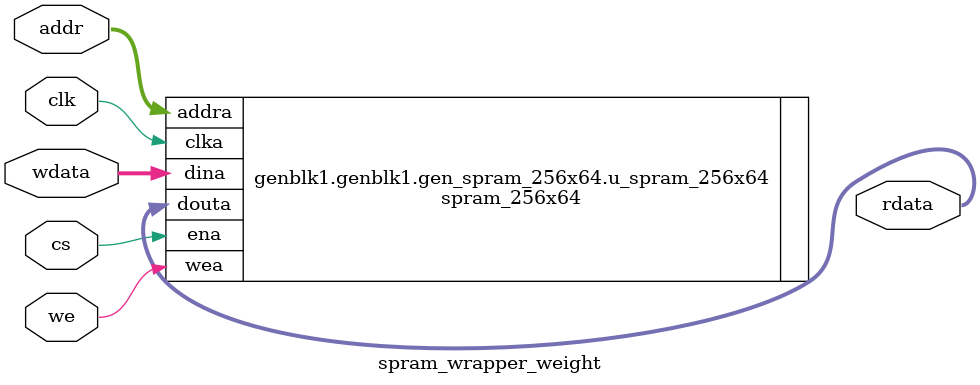
<source format=v>

`define FPGA 1
module spram_wrapper_weight (
	clk,					// clock 
	addr,					// input address 
	we,						// input write enable
	cs,						// input chip-select 
	wdata,					// input write data
	rdata					// output read-out data
);

//------------------------------------------------------------------------+
// Declare parameters
//------------------------------------------------------------------------+
// output parameters
parameter DW = 64;			// data bit-width per word
parameter AW = 8;			// address bit-width
parameter DEPTH = 256;		// depth, word length
parameter N_DELAY = 1;

//------------------------------------------------------------------------+
// Declare Input & Output signals
//------------------------------------------------------------------------+
// clock and reset
input							clk;
// input SRAM signals
input [AW-1			:	0]		addr;	// input address 
input							we;		// input write enable
input							cs;		// input chip-select 
input [DW-1			:	0]		wdata;	// input write data
// output SRAM signal
output [DW-1		:	0]		rdata;	// output read-out data

//------------------------------------------------------------------------+
// Declare internal signals
//------------------------------------------------------------------------+
reg	[DW-1			:	0]		rdata_o;


`ifdef FPGA
	//------------------------------------------------------------------------+
	// Implement generate block ram
	//------------------------------------------------------------------------+
	generate
		if((DEPTH == 512) && (DW == 72)) begin: gen_spram_512x72
			spram_512x72 u_spram_512x72( 
				// write
				.clka(clk),
				.ena(cs),
				.wea(we),
				.addra(addr),
				.dina(wdata),
				// read-out
				.douta(rdata)
			 );
		end
		else if((DEPTH == 832) && (DW == 32)) begin: gen_spram_832x32
			spram_832x32 u_spram_832x32( 
				// write
				.clka(clk),
				.ena(cs),
				.wea(we),
				.addra(addr),
				.dina(wdata),
				// read-out
				.douta(rdata)
			 );
		end
		else if((DEPTH == 256) && (DW == 64)) begin: gen_spram_256x64
			spram_256x64 u_spram_256x64( 
				// write
				.clka(clk),
				.ena(cs),
				.wea(we),
				.addra(addr),
				.dina(wdata),
				// read-out
				.douta(rdata)
			 );
		end
		else if((DEPTH == 208) && (DW == 256)) begin: gen_spram_208x256
			spram_208x256 u_spram_208x256( 
				// write
				.clka(clk),
				.ena(cs),
				.wea(we),
				.addra(addr),
				.dina(wdata),
				// read-out
				.douta(rdata)
			 );
		end
		else if((DEPTH == 16) && (DW == 128)) begin: gen_spram_16x128
			spram_16x128_weight u_spram_16x128( 
				// write
				.clka(clk),
				.ena(cs),
				.wea(we),
				.addra(addr),
				.dina(wdata),
				// read-out
				.douta(rdata)
			 );
		end
		else if((DEPTH == 16) && (DW == 216)) begin: gen_spram_16x216
			spram_16x216_weight u_spram_16x216( 
				// write
				.clka(clk),
				.ena(cs),
				.wea(we),
				.addra(addr),
				.dina(wdata),
				// read-out
				.douta(rdata)
			 );
		end
	endgenerate

`else 
	//------------------------------------------------------------------------+
	// Memory modeling
	//------------------------------------------------------------------------+
	reg [DW-1			:	0]		mem[0:DEPTH-1];	// Memory cell
	// Write
	always @(posedge clk) begin
		if(cs && we)			mem[addr] <= wdata;
	end
	// Read
	generate
	   if(N_DELAY == 1) begin: gen_delay_1
		  always @(posedge clk)
			 if (cs && !(|we)) rdata_o <= mem[addr];

		  assign rdata = rdata_o;
	   end
	   else begin: gen_delay_n
		  reg [N_DELAY*DW-1:0] rdata_r;

		  always @(posedge clk)
			 if (cs && !(|we)) rdata_r[0*DW+:DW] <= mem[addr];

		  always @(posedge clk) begin: delay
			 integer i;
			 for(i = 0; i < N_DELAY-1; i = i+1)
				if(cs && !(|we))
				   rdata_r[(i+1)*DW+:DW] <= rdata_r[i*DW+:DW];
		  end
		  assign rdata = rdata_r[(N_DELAY-1)*DW+:DW];
	   end
	endgenerate

`endif


endmodule





</source>
